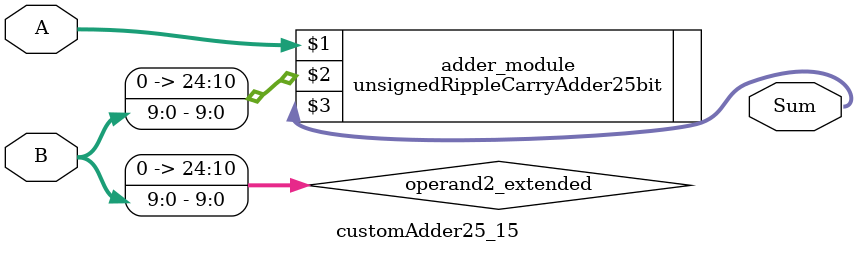
<source format=v>

module customAdder25_15(
                    input [24 : 0] A,
                    input [9 : 0] B,
                    
                    output [25 : 0] Sum
            );

    wire [24 : 0] operand2_extended;
    
    assign operand2_extended =  {15'b0, B};
    
    unsignedRippleCarryAdder25bit adder_module(
        A,
        operand2_extended,
        Sum
    );
    
endmodule
        
</source>
